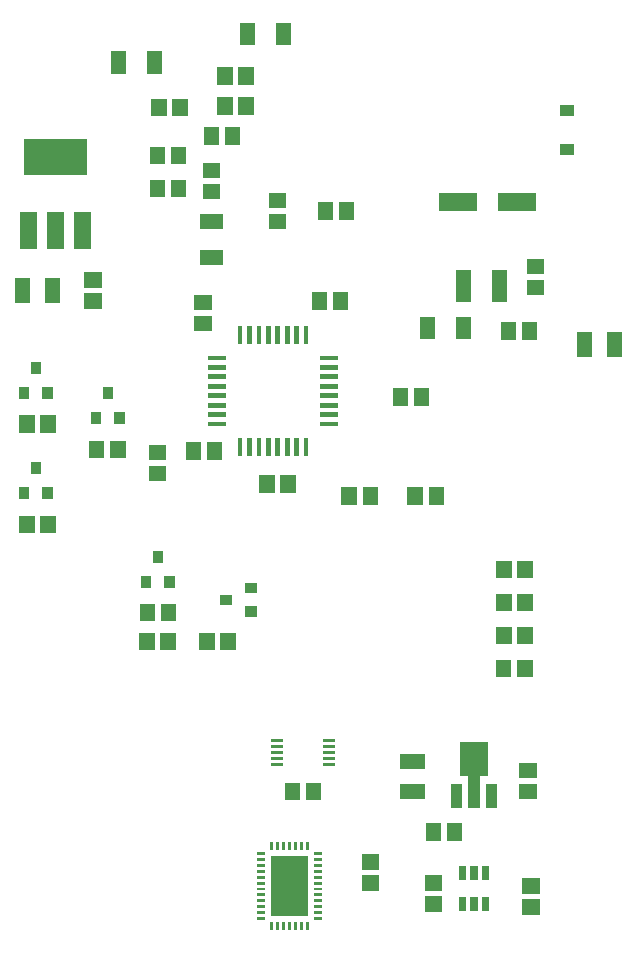
<source format=gbr>
G04 start of page 8 for group -4015 idx -4015 *
G04 Title: (unknown), toppaste *
G04 Creator: pcb 20110918 *
G04 CreationDate: Sat 02 Feb 2013 07:47:55 PM GMT UTC *
G04 For: petersen *
G04 Format: Gerber/RS-274X *
G04 PCB-Dimensions: 230000 350000 *
G04 PCB-Coordinate-Origin: lower left *
%MOIN*%
%FSLAX25Y25*%
%LNTOPPASTE*%
%ADD130R,0.0244X0.0244*%
%ADD129R,0.0630X0.0630*%
%ADD128R,0.0117X0.0117*%
%ADD127R,0.1240X0.1240*%
%ADD126R,0.0098X0.0098*%
%ADD125R,0.0360X0.0360*%
%ADD124R,0.1220X0.1220*%
%ADD123R,0.0560X0.0560*%
%ADD122R,0.0157X0.0157*%
%ADD121R,0.0340X0.0340*%
%ADD120R,0.0512X0.0512*%
%ADD119R,0.0490X0.0490*%
%ADD118R,0.0945X0.0945*%
%ADD117R,0.0378X0.0378*%
G54D117*X154594Y91105D02*Y87011D01*
X160500Y98821D02*Y87011D01*
G54D118*Y102445D02*Y100555D01*
G54D117*X166406Y91105D02*Y87011D01*
G54D119*X138200Y90500D02*X141800D01*
X138200Y100500D02*X141800D01*
G54D120*X177543Y164893D02*Y164107D01*
X170457Y164893D02*Y164107D01*
X170414Y131893D02*Y131107D01*
X177500Y131893D02*Y131107D01*
X170457Y153893D02*Y153107D01*
X177543Y153893D02*Y153107D01*
X170457Y142893D02*Y142107D01*
X177543Y142893D02*Y142107D01*
X18543Y179893D02*Y179107D01*
X11457Y179893D02*Y179107D01*
X118808Y189393D02*Y188607D01*
X125894Y189393D02*Y188607D01*
G54D121*X85700Y150500D02*X86300D01*
X85700Y158300D02*X86300D01*
X77500Y154400D02*X78100D01*
X10500Y190300D02*Y189700D01*
X18300Y190300D02*Y189700D01*
X14400Y198500D02*Y197900D01*
G54D120*X51457Y140893D02*Y140107D01*
X58543Y140893D02*Y140107D01*
G54D122*X82477Y207434D02*Y203008D01*
X85626Y207434D02*Y203008D01*
X88776Y207434D02*Y203008D01*
X91925Y207434D02*Y203008D01*
X95075Y207434D02*Y203008D01*
X98225Y207434D02*Y203008D01*
X101374Y207434D02*Y203008D01*
X104524Y207434D02*Y203008D01*
X110066Y212977D02*X114492D01*
X110066Y216126D02*X114492D01*
X110066Y219276D02*X114492D01*
X110066Y222425D02*X114492D01*
X110066Y225575D02*X114492D01*
X110066Y228725D02*X114492D01*
X110066Y231874D02*X114492D01*
X110066Y235024D02*X114492D01*
X104523Y244992D02*Y240566D01*
X101374Y244992D02*Y240566D01*
X98224Y244992D02*Y240566D01*
X95075Y244992D02*Y240566D01*
X91925Y244992D02*Y240566D01*
X88775Y244992D02*Y240566D01*
X85626Y244992D02*Y240566D01*
X82476Y244992D02*Y240566D01*
X72508Y235023D02*X76934D01*
X72508Y231874D02*X76934D01*
X72508Y228724D02*X76934D01*
X72508Y225575D02*X76934D01*
X72508Y222425D02*X76934D01*
X72508Y219275D02*X76934D01*
X72508Y216126D02*X76934D01*
X72508Y212976D02*X76934D01*
G54D120*X168905Y261755D02*Y256245D01*
X157095Y261755D02*Y256245D01*
X145095Y246181D02*Y243819D01*
X156905Y246181D02*Y243819D01*
X171957Y244393D02*Y243607D01*
X179043Y244393D02*Y243607D01*
G54D121*X10500Y223800D02*Y223200D01*
X18300Y223800D02*Y223200D01*
X14400Y232000D02*Y231400D01*
G54D120*X62543Y318893D02*Y318107D01*
X55457Y318893D02*Y318107D01*
X84543Y319393D02*Y318607D01*
X77457Y319393D02*Y318607D01*
X53905Y334681D02*Y332319D01*
X42095Y334681D02*Y332319D01*
X98543Y193393D02*Y192607D01*
X91457Y193393D02*Y192607D01*
X54607Y203543D02*X55393D01*
X54607Y196457D02*X55393D01*
X110957Y284393D02*Y283607D01*
X118043Y284393D02*Y283607D01*
X69650Y246457D02*X70436D01*
X69650Y253543D02*X70436D01*
X94607Y280414D02*X95393D01*
X94607Y287500D02*X95393D01*
X51557Y150593D02*Y149807D01*
X58643Y150593D02*Y149807D01*
G54D119*X20000Y259300D02*Y255700D01*
X10000Y259300D02*Y255700D01*
G54D120*X80043Y309393D02*Y308607D01*
X72957Y309393D02*Y308607D01*
G54D119*X197405Y241300D02*Y237700D01*
X207405Y241300D02*Y237700D01*
G54D120*X33107Y261043D02*X33893D01*
X33107Y253957D02*X33893D01*
X78543Y140893D02*Y140107D01*
X71457Y140893D02*Y140107D01*
X41843Y204893D02*Y204107D01*
X34757Y204893D02*Y204107D01*
X180607Y258457D02*X181393D01*
X180607Y265543D02*X181393D01*
G54D121*X34500Y215300D02*Y214700D01*
X42300Y215300D02*Y214700D01*
X38400Y223500D02*Y222900D01*
G54D123*X12000Y280900D02*Y274300D01*
X21000Y280900D02*Y274300D01*
X30100Y280900D02*Y274300D01*
G54D124*X16500Y302000D02*X25500D01*
G54D120*X11457Y213393D02*Y212607D01*
X18543Y213393D02*Y212607D01*
X147937Y189393D02*Y188607D01*
X140851Y189393D02*Y188607D01*
X85095Y344181D02*Y341819D01*
X96905Y344181D02*Y341819D01*
X72607Y290457D02*X73393D01*
X72607Y297543D02*X73393D01*
X54914Y291893D02*Y291107D01*
X62000Y291893D02*Y291107D01*
X71819Y268595D02*X74181D01*
X71819Y280405D02*X74181D01*
G54D125*X190900Y304600D02*X192100D01*
X190900Y317500D02*X192100D01*
G54D120*X54914Y302893D02*Y302107D01*
X62000Y302893D02*Y302107D01*
X143043Y222393D02*Y221607D01*
X135957Y222393D02*Y221607D01*
X84543Y329393D02*Y328607D01*
X77457Y329393D02*Y328607D01*
X108957Y254393D02*Y253607D01*
X116043Y254393D02*Y253607D01*
G54D121*X51200Y160800D02*Y160200D01*
X59000Y160800D02*Y160200D01*
X55100Y169000D02*Y168400D01*
G54D120*X66957Y204393D02*Y203607D01*
X74043Y204393D02*Y203607D01*
X178107Y90500D02*X178893D01*
X178107Y97586D02*X178893D01*
X179107Y51957D02*X179893D01*
X179107Y59043D02*X179893D01*
X146957Y77393D02*Y76607D01*
X154043Y77393D02*Y76607D01*
G54D126*X88665Y69827D02*X90437D01*
X88665Y67858D02*X90437D01*
X88665Y65890D02*X90437D01*
X88665Y63921D02*X90437D01*
X88665Y61953D02*X90437D01*
X88665Y59984D02*X90437D01*
X88665Y58016D02*X90437D01*
X88665Y56047D02*X90437D01*
X88665Y54079D02*X90437D01*
X88665Y52110D02*X90437D01*
X88665Y50142D02*X90437D01*
X88665Y48173D02*X90437D01*
X93094Y46500D02*Y44728D01*
X95063Y46500D02*Y44728D01*
X97031Y46500D02*Y44728D01*
X99000Y46500D02*Y44728D01*
X100969Y46500D02*Y44728D01*
X102937Y46500D02*Y44728D01*
X104906Y46500D02*Y44728D01*
X107563Y48173D02*X109335D01*
X107563Y50142D02*X109335D01*
X107563Y52110D02*X109335D01*
X107563Y54079D02*X109335D01*
X107563Y56047D02*X109335D01*
X107563Y58016D02*X109335D01*
X107563Y59984D02*X109335D01*
X107563Y61953D02*X109335D01*
X107563Y63921D02*X109335D01*
X107563Y65890D02*X109335D01*
X107563Y67858D02*X109335D01*
X107563Y69827D02*X109335D01*
X104906Y73272D02*Y71500D01*
X102937Y73272D02*Y71500D01*
X100969Y73272D02*Y71500D01*
X99000Y73272D02*Y71500D01*
X97031Y73272D02*Y71500D01*
X95063Y73272D02*Y71500D01*
X93094Y73272D02*Y71500D01*
G54D127*X99000Y62938D02*Y55062D01*
G54D120*X125607Y59957D02*X126393D01*
X125607Y67043D02*X126393D01*
X107043Y90893D02*Y90107D01*
X99957Y90893D02*Y90107D01*
G54D128*X93461Y107436D02*X96217D01*
X93461Y105468D02*X96217D01*
X93461Y103500D02*X96217D01*
X93461Y101532D02*X96217D01*
X93461Y99564D02*X96217D01*
X110783D02*X113539D01*
X110783Y101532D02*X113539D01*
X110783Y103500D02*X113539D01*
X110783Y105468D02*X113539D01*
X110783Y107436D02*X113539D01*
G54D129*X171693Y287000D02*X177992D01*
X152008D02*X158307D01*
G54D130*X164240Y64497D02*Y62134D01*
X160500Y64497D02*Y62134D01*
X156760Y64497D02*Y62134D01*
Y54182D02*Y51819D01*
X160500Y54182D02*Y51819D01*
X164240Y54182D02*Y51819D01*
G54D120*X146607Y52957D02*X147393D01*
X146607Y60043D02*X147393D01*
M02*

</source>
